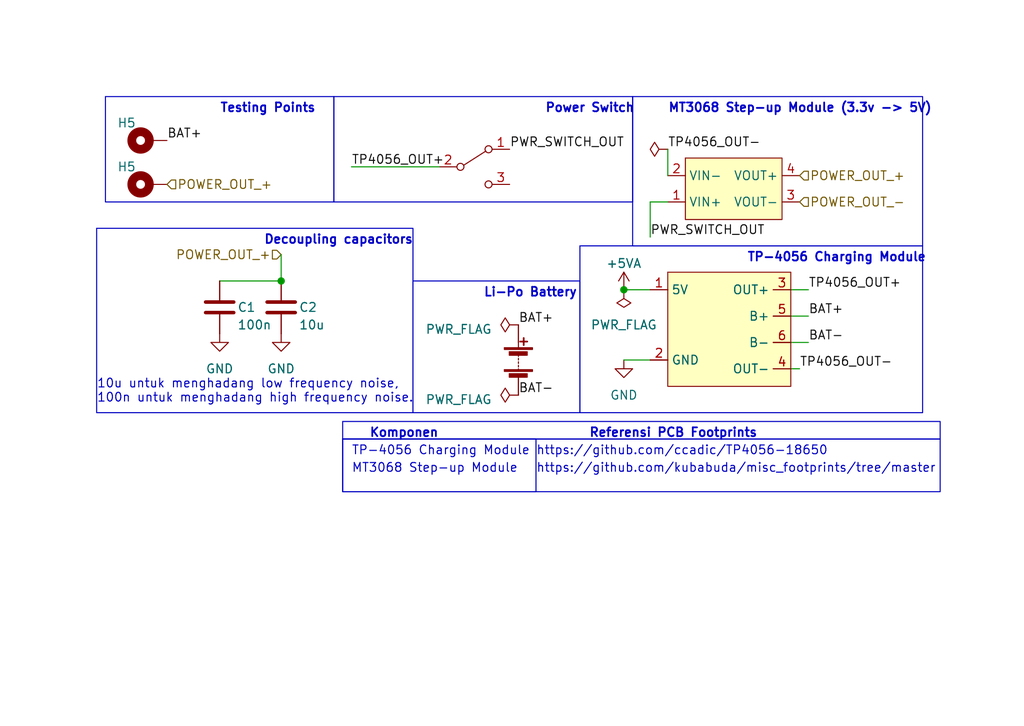
<source format=kicad_sch>
(kicad_sch (version 20230121) (generator eeschema)

  (uuid e899b6c1-966a-41ac-a159-5b3cd245ee04)

  (paper "User" 148.006 105.004)

  (title_block
    (title "Subsistem Power")
    (date "2024-04-29")
    (rev "4.1")
    (company "Institut Teknologi Bandung")
    (comment 1 "Bostang Palaguna")
    (comment 2 "Designed By:")
  )

  (lib_symbols
    (symbol "Device:Battery" (pin_numbers hide) (pin_names (offset 0) hide) (in_bom yes) (on_board yes)
      (property "Reference" "BT" (at 2.54 2.54 0)
        (effects (font (size 1.27 1.27)) (justify left))
      )
      (property "Value" "Battery" (at 2.54 0 0)
        (effects (font (size 1.27 1.27)) (justify left))
      )
      (property "Footprint" "" (at 0 1.524 90)
        (effects (font (size 1.27 1.27)) hide)
      )
      (property "Datasheet" "~" (at 0 1.524 90)
        (effects (font (size 1.27 1.27)) hide)
      )
      (property "ki_keywords" "batt voltage-source cell" (at 0 0 0)
        (effects (font (size 1.27 1.27)) hide)
      )
      (property "ki_description" "Multiple-cell battery" (at 0 0 0)
        (effects (font (size 1.27 1.27)) hide)
      )
      (symbol "Battery_0_1"
        (rectangle (start -2.032 -1.397) (end 2.032 -1.651)
          (stroke (width 0) (type default))
          (fill (type outline))
        )
        (rectangle (start -2.032 1.778) (end 2.032 1.524)
          (stroke (width 0) (type default))
          (fill (type outline))
        )
        (rectangle (start -1.3208 -1.9812) (end 1.27 -2.4892)
          (stroke (width 0) (type default))
          (fill (type outline))
        )
        (rectangle (start -1.3208 1.1938) (end 1.27 0.6858)
          (stroke (width 0) (type default))
          (fill (type outline))
        )
        (polyline
          (pts
            (xy 0 -1.524)
            (xy 0 -1.27)
          )
          (stroke (width 0) (type default))
          (fill (type none))
        )
        (polyline
          (pts
            (xy 0 -1.016)
            (xy 0 -0.762)
          )
          (stroke (width 0) (type default))
          (fill (type none))
        )
        (polyline
          (pts
            (xy 0 -0.508)
            (xy 0 -0.254)
          )
          (stroke (width 0) (type default))
          (fill (type none))
        )
        (polyline
          (pts
            (xy 0 0)
            (xy 0 0.254)
          )
          (stroke (width 0) (type default))
          (fill (type none))
        )
        (polyline
          (pts
            (xy 0 0.508)
            (xy 0 0.762)
          )
          (stroke (width 0) (type default))
          (fill (type none))
        )
        (polyline
          (pts
            (xy 0 1.778)
            (xy 0 2.54)
          )
          (stroke (width 0) (type default))
          (fill (type none))
        )
        (polyline
          (pts
            (xy 0.254 2.667)
            (xy 1.27 2.667)
          )
          (stroke (width 0.254) (type default))
          (fill (type none))
        )
        (polyline
          (pts
            (xy 0.762 3.175)
            (xy 0.762 2.159)
          )
          (stroke (width 0.254) (type default))
          (fill (type none))
        )
      )
      (symbol "Battery_1_1"
        (pin passive line (at 0 5.08 270) (length 2.54)
          (name "+" (effects (font (size 1.27 1.27))))
          (number "1" (effects (font (size 1.27 1.27))))
        )
        (pin passive line (at 0 -5.08 90) (length 2.54)
          (name "-" (effects (font (size 1.27 1.27))))
          (number "2" (effects (font (size 1.27 1.27))))
        )
      )
    )
    (symbol "Device:C" (pin_numbers hide) (pin_names (offset 0.254)) (in_bom yes) (on_board yes)
      (property "Reference" "C" (at 0.635 2.54 0)
        (effects (font (size 1.27 1.27)) (justify left))
      )
      (property "Value" "C" (at 0.635 -2.54 0)
        (effects (font (size 1.27 1.27)) (justify left))
      )
      (property "Footprint" "" (at 0.9652 -3.81 0)
        (effects (font (size 1.27 1.27)) hide)
      )
      (property "Datasheet" "~" (at 0 0 0)
        (effects (font (size 1.27 1.27)) hide)
      )
      (property "ki_keywords" "cap capacitor" (at 0 0 0)
        (effects (font (size 1.27 1.27)) hide)
      )
      (property "ki_description" "Unpolarized capacitor" (at 0 0 0)
        (effects (font (size 1.27 1.27)) hide)
      )
      (property "ki_fp_filters" "C_*" (at 0 0 0)
        (effects (font (size 1.27 1.27)) hide)
      )
      (symbol "C_0_1"
        (polyline
          (pts
            (xy -2.032 -0.762)
            (xy 2.032 -0.762)
          )
          (stroke (width 0.508) (type default))
          (fill (type none))
        )
        (polyline
          (pts
            (xy -2.032 0.762)
            (xy 2.032 0.762)
          )
          (stroke (width 0.508) (type default))
          (fill (type none))
        )
      )
      (symbol "C_1_1"
        (pin passive line (at 0 3.81 270) (length 2.794)
          (name "~" (effects (font (size 1.27 1.27))))
          (number "1" (effects (font (size 1.27 1.27))))
        )
        (pin passive line (at 0 -3.81 90) (length 2.794)
          (name "~" (effects (font (size 1.27 1.27))))
          (number "2" (effects (font (size 1.27 1.27))))
        )
      )
    )
    (symbol "Mechanical:MountingHole_Pad" (pin_numbers hide) (pin_names (offset 1.016) hide) (in_bom yes) (on_board yes)
      (property "Reference" "H" (at 0 6.35 0)
        (effects (font (size 1.27 1.27)))
      )
      (property "Value" "MountingHole_Pad" (at 0 4.445 0)
        (effects (font (size 1.27 1.27)))
      )
      (property "Footprint" "" (at 0 0 0)
        (effects (font (size 1.27 1.27)) hide)
      )
      (property "Datasheet" "~" (at 0 0 0)
        (effects (font (size 1.27 1.27)) hide)
      )
      (property "ki_keywords" "mounting hole" (at 0 0 0)
        (effects (font (size 1.27 1.27)) hide)
      )
      (property "ki_description" "Mounting Hole with connection" (at 0 0 0)
        (effects (font (size 1.27 1.27)) hide)
      )
      (property "ki_fp_filters" "MountingHole*Pad*" (at 0 0 0)
        (effects (font (size 1.27 1.27)) hide)
      )
      (symbol "MountingHole_Pad_0_1"
        (circle (center 0 1.27) (radius 1.27)
          (stroke (width 1.27) (type default))
          (fill (type none))
        )
      )
      (symbol "MountingHole_Pad_1_1"
        (pin input line (at 0 -2.54 90) (length 2.54)
          (name "1" (effects (font (size 1.27 1.27))))
          (number "1" (effects (font (size 1.27 1.27))))
        )
      )
    )
    (symbol "Switch:SW_SPDT" (pin_names (offset 0) hide) (in_bom yes) (on_board yes)
      (property "Reference" "SW" (at 0 4.318 0)
        (effects (font (size 1.27 1.27)))
      )
      (property "Value" "SW_SPDT" (at 0 -5.08 0)
        (effects (font (size 1.27 1.27)))
      )
      (property "Footprint" "" (at 0 0 0)
        (effects (font (size 1.27 1.27)) hide)
      )
      (property "Datasheet" "~" (at 0 0 0)
        (effects (font (size 1.27 1.27)) hide)
      )
      (property "ki_keywords" "switch single-pole double-throw spdt ON-ON" (at 0 0 0)
        (effects (font (size 1.27 1.27)) hide)
      )
      (property "ki_description" "Switch, single pole double throw" (at 0 0 0)
        (effects (font (size 1.27 1.27)) hide)
      )
      (symbol "SW_SPDT_0_0"
        (circle (center -2.032 0) (radius 0.508)
          (stroke (width 0) (type default))
          (fill (type none))
        )
        (circle (center 2.032 -2.54) (radius 0.508)
          (stroke (width 0) (type default))
          (fill (type none))
        )
      )
      (symbol "SW_SPDT_0_1"
        (polyline
          (pts
            (xy -1.524 0.254)
            (xy 1.651 2.286)
          )
          (stroke (width 0) (type default))
          (fill (type none))
        )
        (circle (center 2.032 2.54) (radius 0.508)
          (stroke (width 0) (type default))
          (fill (type none))
        )
      )
      (symbol "SW_SPDT_1_1"
        (pin passive line (at 5.08 2.54 180) (length 2.54)
          (name "A" (effects (font (size 1.27 1.27))))
          (number "1" (effects (font (size 1.27 1.27))))
        )
        (pin passive line (at -5.08 0 0) (length 2.54)
          (name "B" (effects (font (size 1.27 1.27))))
          (number "2" (effects (font (size 1.27 1.27))))
        )
        (pin passive line (at 5.08 -2.54 180) (length 2.54)
          (name "C" (effects (font (size 1.27 1.27))))
          (number "3" (effects (font (size 1.27 1.27))))
        )
      )
    )
    (symbol "WMS_components:MT3608" (in_bom yes) (on_board yes)
      (property "Reference" "U3" (at -0.635 -6.35 0)
        (effects (font (size 1.27 1.27)) hide)
      )
      (property "Value" "~" (at 0 0 0)
        (effects (font (size 1.27 1.27)) hide)
      )
      (property "Footprint" "WMS_components:MT3608_module_v2" (at 0 0 0)
        (effects (font (size 1.27 1.27)) hide)
      )
      (property "Datasheet" "" (at 0 0 0)
        (effects (font (size 1.27 1.27)) hide)
      )
      (symbol "MT3608_1_1"
        (rectangle (start -6.35 3.81) (end 7.62 -5.08)
          (stroke (width 0) (type default))
          (fill (type background))
        )
        (pin power_in line (at 10.16 1.27 180) (length 2.54)
          (name "VIN+" (effects (font (size 1.27 1.27))))
          (number "1" (effects (font (size 1.27 1.27))))
        )
        (pin power_in line (at 10.16 -2.54 180) (length 2.54)
          (name "VIN-" (effects (font (size 1.27 1.27))))
          (number "2" (effects (font (size 1.27 1.27))))
        )
        (pin power_out line (at -8.89 1.27 0) (length 2.54)
          (name "VOUT-" (effects (font (size 1.27 1.27))))
          (number "3" (effects (font (size 1.27 1.27))))
        )
        (pin power_out line (at -8.89 -2.54 0) (length 2.54)
          (name "VOUT+" (effects (font (size 1.27 1.27))))
          (number "4" (effects (font (size 1.27 1.27))))
        )
      )
    )
    (symbol "WMS_components:TP4056" (in_bom yes) (on_board yes)
      (property "Reference" "U" (at 0 8.89 0)
        (effects (font (size 1.27 1.27)))
      )
      (property "Value" "" (at 0 0 0)
        (effects (font (size 1.27 1.27)))
      )
      (property "Footprint" "" (at 0 0 0)
        (effects (font (size 1.27 1.27)) hide)
      )
      (property "Datasheet" "" (at 0 0 0)
        (effects (font (size 1.27 1.27)) hide)
      )
      (symbol "TP4056_1_1"
        (rectangle (start -8.89 7.62) (end 8.89 -8.89)
          (stroke (width 0) (type default))
          (fill (type background))
        )
        (pin power_in line (at -11.43 5.08 0) (length 2.54)
          (name "5V" (effects (font (size 1.27 1.27))))
          (number "1" (effects (font (size 1.27 1.27))))
        )
        (pin power_in line (at -11.43 -5.08 0) (length 2.54)
          (name "GND" (effects (font (size 1.27 1.27))))
          (number "2" (effects (font (size 1.27 1.27))))
        )
        (pin output line (at 8.89 5.08 180) (length 2.54)
          (name "OUT+" (effects (font (size 1.27 1.27))))
          (number "3" (effects (font (size 1.27 1.27))))
        )
        (pin output line (at 8.89 -6.35 180) (length 2.54)
          (name "OUT-" (effects (font (size 1.27 1.27))))
          (number "4" (effects (font (size 1.27 1.27))))
        )
        (pin input line (at 8.89 1.27 180) (length 2.54)
          (name "B+" (effects (font (size 1.27 1.27))))
          (number "5" (effects (font (size 1.27 1.27))))
        )
        (pin input line (at 8.89 -2.54 180) (length 2.54)
          (name "B-" (effects (font (size 1.27 1.27))))
          (number "6" (effects (font (size 1.27 1.27))))
        )
      )
    )
    (symbol "power:+5VA" (power) (pin_names (offset 0)) (in_bom yes) (on_board yes)
      (property "Reference" "#PWR" (at 0 -3.81 0)
        (effects (font (size 1.27 1.27)) hide)
      )
      (property "Value" "+5VA" (at 0 3.556 0)
        (effects (font (size 1.27 1.27)))
      )
      (property "Footprint" "" (at 0 0 0)
        (effects (font (size 1.27 1.27)) hide)
      )
      (property "Datasheet" "" (at 0 0 0)
        (effects (font (size 1.27 1.27)) hide)
      )
      (property "ki_keywords" "global power" (at 0 0 0)
        (effects (font (size 1.27 1.27)) hide)
      )
      (property "ki_description" "Power symbol creates a global label with name \"+5VA\"" (at 0 0 0)
        (effects (font (size 1.27 1.27)) hide)
      )
      (symbol "+5VA_0_1"
        (polyline
          (pts
            (xy -0.762 1.27)
            (xy 0 2.54)
          )
          (stroke (width 0) (type default))
          (fill (type none))
        )
        (polyline
          (pts
            (xy 0 0)
            (xy 0 2.54)
          )
          (stroke (width 0) (type default))
          (fill (type none))
        )
        (polyline
          (pts
            (xy 0 2.54)
            (xy 0.762 1.27)
          )
          (stroke (width 0) (type default))
          (fill (type none))
        )
      )
      (symbol "+5VA_1_1"
        (pin power_in line (at 0 0 90) (length 0) hide
          (name "+5VA" (effects (font (size 1.27 1.27))))
          (number "1" (effects (font (size 1.27 1.27))))
        )
      )
    )
    (symbol "power:GND" (power) (pin_names (offset 0)) (in_bom yes) (on_board yes)
      (property "Reference" "#PWR" (at 0 -6.35 0)
        (effects (font (size 1.27 1.27)) hide)
      )
      (property "Value" "GND" (at 0 -3.81 0)
        (effects (font (size 1.27 1.27)))
      )
      (property "Footprint" "" (at 0 0 0)
        (effects (font (size 1.27 1.27)) hide)
      )
      (property "Datasheet" "" (at 0 0 0)
        (effects (font (size 1.27 1.27)) hide)
      )
      (property "ki_keywords" "global power" (at 0 0 0)
        (effects (font (size 1.27 1.27)) hide)
      )
      (property "ki_description" "Power symbol creates a global label with name \"GND\" , ground" (at 0 0 0)
        (effects (font (size 1.27 1.27)) hide)
      )
      (symbol "GND_0_1"
        (polyline
          (pts
            (xy 0 0)
            (xy 0 -1.27)
            (xy 1.27 -1.27)
            (xy 0 -2.54)
            (xy -1.27 -1.27)
            (xy 0 -1.27)
          )
          (stroke (width 0) (type default))
          (fill (type none))
        )
      )
      (symbol "GND_1_1"
        (pin power_in line (at 0 0 270) (length 0) hide
          (name "GND" (effects (font (size 1.27 1.27))))
          (number "1" (effects (font (size 1.27 1.27))))
        )
      )
    )
    (symbol "power:PWR_FLAG" (power) (pin_numbers hide) (pin_names (offset 0) hide) (in_bom yes) (on_board yes)
      (property "Reference" "#FLG" (at 0 1.905 0)
        (effects (font (size 1.27 1.27)) hide)
      )
      (property "Value" "PWR_FLAG" (at 0 3.81 0)
        (effects (font (size 1.27 1.27)))
      )
      (property "Footprint" "" (at 0 0 0)
        (effects (font (size 1.27 1.27)) hide)
      )
      (property "Datasheet" "~" (at 0 0 0)
        (effects (font (size 1.27 1.27)) hide)
      )
      (property "ki_keywords" "flag power" (at 0 0 0)
        (effects (font (size 1.27 1.27)) hide)
      )
      (property "ki_description" "Special symbol for telling ERC where power comes from" (at 0 0 0)
        (effects (font (size 1.27 1.27)) hide)
      )
      (symbol "PWR_FLAG_0_0"
        (pin power_out line (at 0 0 90) (length 0)
          (name "pwr" (effects (font (size 1.27 1.27))))
          (number "1" (effects (font (size 1.27 1.27))))
        )
      )
      (symbol "PWR_FLAG_0_1"
        (polyline
          (pts
            (xy 0 0)
            (xy 0 1.27)
            (xy -1.016 1.905)
            (xy 0 2.54)
            (xy 1.016 1.905)
            (xy 0 1.27)
          )
          (stroke (width 0) (type default))
          (fill (type none))
        )
      )
    )
  )


  (junction (at 90.17 41.91) (diameter 0) (color 0 0 0 0)
    (uuid 59f93bfe-daeb-41c6-a2c7-268396427fef)
  )
  (junction (at 40.64 40.64) (diameter 0) (color 0 0 0 0)
    (uuid c6c67b20-ecaf-435d-9ed2-5b030a2e2476)
  )

  (wire (pts (xy 40.64 36.83) (xy 40.64 40.64))
    (stroke (width 0) (type default))
    (uuid 0f9c90b1-965e-4663-a981-5a45d7fe0b3a)
  )
  (wire (pts (xy 96.52 21.59) (xy 96.52 25.4))
    (stroke (width 0) (type default))
    (uuid 1daabad1-6c85-49f7-b4b4-6973eaf52a28)
  )
  (wire (pts (xy 116.84 45.72) (xy 114.3 45.72))
    (stroke (width 0) (type default))
    (uuid 39960855-f317-45b7-9b2b-04e50c578929)
  )
  (wire (pts (xy 31.75 40.64) (xy 40.64 40.64))
    (stroke (width 0) (type default))
    (uuid 3a59c812-5646-42aa-85dc-9770e29e3837)
  )
  (wire (pts (xy 116.84 41.91) (xy 114.3 41.91))
    (stroke (width 0) (type default))
    (uuid 44fab635-f44c-4a18-9d1c-7dab74e1e81b)
  )
  (wire (pts (xy 93.98 34.29) (xy 93.98 29.21))
    (stroke (width 0) (type default))
    (uuid 525bf0b9-45da-4172-b4ec-98e56e76e56b)
  )
  (wire (pts (xy 93.98 29.21) (xy 96.52 29.21))
    (stroke (width 0) (type default))
    (uuid 861edf3a-40b3-4ee6-a243-ba5009a36f4f)
  )
  (wire (pts (xy 50.8 24.13) (xy 63.5 24.13))
    (stroke (width 0) (type default))
    (uuid 8ceac654-0cfc-4c6d-b0ac-dda9370538cf)
  )
  (wire (pts (xy 116.84 49.53) (xy 114.3 49.53))
    (stroke (width 0) (type default))
    (uuid 90dd6e8b-cfbb-40af-bad8-152528ff10ff)
  )
  (wire (pts (xy 115.57 53.34) (xy 114.3 53.34))
    (stroke (width 0) (type default))
    (uuid 95ec3a23-7f6f-45ea-b075-6f542f2dee37)
  )
  (wire (pts (xy 90.17 52.07) (xy 93.98 52.07))
    (stroke (width 0) (type default))
    (uuid c9d92e6c-6cf9-440d-bb9b-506b52e29849)
  )
  (wire (pts (xy 90.17 41.91) (xy 93.98 41.91))
    (stroke (width 0) (type default))
    (uuid ef813fd4-b4e3-4180-b7ab-4922ce3e7745)
  )

  (rectangle (start 83.82 35.56) (end 133.35 59.69)
    (stroke (width 0) (type default))
    (fill (type none))
    (uuid 17b21fb6-84d8-4c9b-a395-b45d3e726e0c)
  )
  (rectangle (start 59.69 40.64) (end 83.82 59.69)
    (stroke (width 0) (type default))
    (fill (type none))
    (uuid 1c435650-fa3e-4ce9-8dad-6667cce7b473)
  )
  (rectangle (start 48.26 13.97) (end 91.44 29.21)
    (stroke (width 0) (type default))
    (fill (type none))
    (uuid 64853ce6-ee9f-4d7a-8a1b-8f23f9cbc5df)
  )
  (rectangle (start 91.44 13.97) (end 133.35 35.56)
    (stroke (width 0) (type default))
    (fill (type none))
    (uuid 7cf6a6bd-585a-4788-a6ed-eae371597358)
  )
  (rectangle (start 13.97 33.02) (end 59.69 59.69)
    (stroke (width 0) (type default))
    (fill (type none))
    (uuid 8a3af114-b554-4767-9be7-6809c550bbd3)
  )
  (rectangle (start 49.53 63.5) (end 77.47 71.12)
    (stroke (width 0) (type default))
    (fill (type none))
    (uuid 8b7d7953-08b4-4010-b817-ae5e0edcd5c0)
  )
  (rectangle (start 49.53 63.5) (end 135.89 71.12)
    (stroke (width 0) (type default))
    (fill (type none))
    (uuid ca6e84ff-48c0-48cd-a4cf-d181b390176b)
  )
  (rectangle (start 49.53 60.96) (end 135.89 63.5)
    (stroke (width 0) (type default))
    (fill (type none))
    (uuid f56314f5-91de-4418-b9c1-14feda3c9339)
  )
  (rectangle (start 15.24 13.97) (end 48.26 29.21)
    (stroke (width 0) (type default))
    (fill (type none))
    (uuid ffa76c32-226d-42fc-8b08-84606838623c)
  )

  (text "https://github.com/ccadic/TP4056-18650" (at 77.47 66.04 0)
    (effects (font (size 1.27 1.27)) (justify left bottom))
    (uuid 0f045d7c-e39d-4597-9075-8937cb5d75cb)
  )
  (text "https://github.com/kubabuda/misc_footprints/tree/master"
    (at 77.47 68.58 0)
    (effects (font (size 1.27 1.27)) (justify left bottom))
    (uuid 1fd8d0cf-9635-4a36-a095-9bbcd5e955c5)
  )
  (text "TP-4056 Charging Module" (at 50.8 66.04 0)
    (effects (font (size 1.27 1.27)) (justify left bottom))
    (uuid 2e0c59ef-cb04-4ce7-8e69-1891f5631867)
  )
  (text "10u untuk menghadang low frequency noise,\n100n untuk menghadang high frequency noise."
    (at 13.97 58.42 0)
    (effects (font (size 1.27 1.27)) (justify left bottom))
    (uuid 443d1637-e27d-4977-9b7a-62b0ef4c15a9)
  )
  (text "Li-Po Battery" (at 69.85 43.18 0)
    (effects (font (size 1.27 1.27) (thickness 0.254) bold) (justify left bottom))
    (uuid 4779b30f-7807-4ef2-aad9-bd2fd4dd50d9)
  )
  (text "Komponen" (at 53.34 63.5 0)
    (effects (font (size 1.27 1.27) (thickness 0.254) bold) (justify left bottom))
    (uuid 66f05d34-ac41-484f-9392-54b1f8a1e2a2)
  )
  (text "MT3068 Step-up Module" (at 50.8 68.58 0)
    (effects (font (size 1.27 1.27)) (justify left bottom))
    (uuid 7b09f60e-217a-4adf-ac9e-76209539da4d)
  )
  (text "Power Switch" (at 78.74 16.51 0)
    (effects (font (size 1.27 1.27) (thickness 0.254) bold) (justify left bottom))
    (uuid ddefdbb8-430a-4e56-9e84-c4e94e55c9e3)
  )
  (text "Referensi PCB Footprints" (at 85.09 63.5 0)
    (effects (font (size 1.27 1.27) (thickness 0.254) bold) (justify left bottom))
    (uuid e17d11f3-2a92-4043-be48-ac6fddb8894d)
  )
  (text "Testing Points" (at 31.75 16.51 0)
    (effects (font (size 1.27 1.27) (thickness 0.254) bold) (justify left bottom))
    (uuid e221f4a0-76c4-4ffe-9fb1-0c4117c88756)
  )
  (text "TP-4056 Charging Module" (at 107.95 38.1 0)
    (effects (font (size 1.27 1.27) (thickness 0.254) bold) (justify left bottom))
    (uuid e54a3136-1178-49e1-afff-902301e916d5)
  )
  (text "Decoupling capacitors" (at 38.1 35.56 0)
    (effects (font (size 1.27 1.27) (thickness 0.254) bold) (justify left bottom))
    (uuid e5cb0c65-3f78-4913-a83a-20337d219b26)
  )
  (text "MT3068 Step-up Module (3.3v -> 5V)" (at 96.52 16.51 0)
    (effects (font (size 1.27 1.27) (thickness 0.254) bold) (justify left bottom))
    (uuid ee414867-9ecf-4d78-85da-49ed3b7c1f8b)
  )

  (label "TP4056_OUT+" (at 116.84 41.91 0) (fields_autoplaced)
    (effects (font (size 1.27 1.27)) (justify left bottom))
    (uuid 081c952d-793a-4faa-acc1-d541e6ed873e)
  )
  (label "BAT+" (at 116.84 45.72 0) (fields_autoplaced)
    (effects (font (size 1.27 1.27)) (justify left bottom))
    (uuid 20906e42-108c-4258-8153-4aceb4bc90ab)
  )
  (label "BAT-" (at 74.93 57.15 0) (fields_autoplaced)
    (effects (font (size 1.27 1.27)) (justify left bottom))
    (uuid 24858656-5394-439c-9f96-9d7046b06d60)
  )
  (label "PWR_SWITCH_OUT" (at 73.66 21.59 0) (fields_autoplaced)
    (effects (font (size 1.27 1.27)) (justify left bottom))
    (uuid 2b1f37ff-19e4-4677-b06d-1576c938f746)
  )
  (label "TP4056_OUT-" (at 115.57 53.34 0) (fields_autoplaced)
    (effects (font (size 1.27 1.27)) (justify left bottom))
    (uuid 3affbf6d-4088-4581-a8e7-1269a2011a41)
  )
  (label "PWR_SWITCH_OUT" (at 93.98 34.29 0) (fields_autoplaced)
    (effects (font (size 1.27 1.27)) (justify left bottom))
    (uuid 3b2c9dcf-9a6b-4ea7-8039-6f7529d481ce)
  )
  (label "BAT-" (at 116.84 49.53 0) (fields_autoplaced)
    (effects (font (size 1.27 1.27)) (justify left bottom))
    (uuid 9401e407-6e0e-4401-ad54-bc0807c16223)
  )
  (label "TP4056_OUT-" (at 96.52 21.59 0) (fields_autoplaced)
    (effects (font (size 1.27 1.27)) (justify left bottom))
    (uuid a9fa8f8a-3c58-49bc-97bb-1a12a625ddce)
  )
  (label "TP4056_OUT+" (at 50.8 24.13 0) (fields_autoplaced)
    (effects (font (size 1.27 1.27)) (justify left bottom))
    (uuid da539d7d-90bc-423f-aa90-b1ccdc35e599)
  )
  (label "BAT+" (at 24.13 20.32 0) (fields_autoplaced)
    (effects (font (size 1.27 1.27)) (justify left bottom))
    (uuid e018a4fe-1ac2-4035-a65f-69bcaf245554)
  )
  (label "BAT+" (at 74.93 46.99 0) (fields_autoplaced)
    (effects (font (size 1.27 1.27)) (justify left bottom))
    (uuid f4d52977-ce48-472f-96bd-ac028130141e)
  )

  (hierarchical_label "POWER_OUT_+" (shape input) (at 115.57 25.4 0) (fields_autoplaced)
    (effects (font (size 1.27 1.27)) (justify left))
    (uuid 59f4f6c9-afaa-4bfc-889a-a56b65aa6f0f)
  )
  (hierarchical_label "POWER_OUT_+" (shape input) (at 24.13 26.67 0) (fields_autoplaced)
    (effects (font (size 1.27 1.27)) (justify left))
    (uuid 5d8cbb29-0395-420a-acb3-f33628778d81)
  )
  (hierarchical_label "POWER_OUT_-" (shape input) (at 115.57 29.21 0) (fields_autoplaced)
    (effects (font (size 1.27 1.27)) (justify left))
    (uuid 6db5c6d3-937e-434d-9936-4894732ba496)
  )
  (hierarchical_label "POWER_OUT_+" (shape input) (at 40.64 36.83 180) (fields_autoplaced)
    (effects (font (size 1.27 1.27)) (justify right))
    (uuid 9285c4a0-c926-4a84-92ba-5347ac1b1277)
  )

  (symbol (lib_id "Device:Battery") (at 74.93 52.07 0) (unit 1)
    (in_bom yes) (on_board yes) (dnp no) (fields_autoplaced)
    (uuid 0cd0de6b-1289-41c6-b039-a5789d219d95)
    (property "Reference" "BT1" (at 78.74 50.2285 0)
      (effects (font (size 1.27 1.27)) (justify left) hide)
    )
    (property "Value" "Battery" (at 78.74 52.7685 0)
      (effects (font (size 1.27 1.27)) (justify left) hide)
    )
    (property "Footprint" "Battery:BatteryHolder_Keystone_1042_1x18650" (at 74.93 50.546 90)
      (effects (font (size 1.27 1.27)) hide)
    )
    (property "Datasheet" "~" (at 74.93 50.546 90)
      (effects (font (size 1.27 1.27)) hide)
    )
    (pin "1" (uuid 12069fc1-5083-4a03-a67d-2dd42844b827))
    (pin "2" (uuid bbd7d97a-620d-4a6c-a80b-fd96a503734c))
    (instances
      (project "WMS"
        (path "/27842b89-d3ad-4f43-9134-f95cd8633a64/1bc7cffc-215d-4066-af48-bacbd1cf1007"
          (reference "BT1") (unit 1)
        )
      )
    )
  )

  (symbol (lib_id "Device:C") (at 40.64 44.45 0) (unit 1)
    (in_bom yes) (on_board yes) (dnp no)
    (uuid 11be5fca-cb6a-4aad-a7d6-b41c8724e76a)
    (property "Reference" "C2" (at 43.18 44.45 0)
      (effects (font (size 1.27 1.27)) (justify left))
    )
    (property "Value" "10u" (at 43.18 46.99 0)
      (effects (font (size 1.27 1.27)) (justify left))
    )
    (property "Footprint" "Capacitor_SMD:C_0805_2012Metric" (at 41.6052 48.26 0)
      (effects (font (size 1.27 1.27)) hide)
    )
    (property "Datasheet" "~" (at 40.64 44.45 0)
      (effects (font (size 1.27 1.27)) hide)
    )
    (pin "1" (uuid 01830046-9af7-4b93-a89f-83d4d255284b))
    (pin "2" (uuid e20a0e7d-506d-4009-a0f2-86e97dbf6a8b))
    (instances
      (project "WMS"
        (path "/27842b89-d3ad-4f43-9134-f95cd8633a64/92702a01-18bc-488e-88bf-e9988be28598"
          (reference "C2") (unit 1)
        )
        (path "/27842b89-d3ad-4f43-9134-f95cd8633a64/a06fb296-14b8-469f-bd65-cdd80dce8d46"
          (reference "C6") (unit 1)
        )
        (path "/27842b89-d3ad-4f43-9134-f95cd8633a64/1bc7cffc-215d-4066-af48-bacbd1cf1007"
          (reference "C7") (unit 1)
        )
      )
    )
  )

  (symbol (lib_id "power:PWR_FLAG") (at 74.93 57.15 90) (unit 1)
    (in_bom yes) (on_board yes) (dnp no) (fields_autoplaced)
    (uuid 14cef2ca-8ec5-4378-8587-91ccb1f64918)
    (property "Reference" "#FLG02" (at 73.025 57.15 0)
      (effects (font (size 1.27 1.27)) hide)
    )
    (property "Value" "PWR_FLAG" (at 71.12 57.785 90)
      (effects (font (size 1.27 1.27)) (justify left))
    )
    (property "Footprint" "" (at 74.93 57.15 0)
      (effects (font (size 1.27 1.27)) hide)
    )
    (property "Datasheet" "~" (at 74.93 57.15 0)
      (effects (font (size 1.27 1.27)) hide)
    )
    (pin "1" (uuid dd2a1310-937f-4f19-9a1e-8e1edc2fe0f8))
    (instances
      (project "WMS"
        (path "/27842b89-d3ad-4f43-9134-f95cd8633a64/1bc7cffc-215d-4066-af48-bacbd1cf1007"
          (reference "#FLG02") (unit 1)
        )
      )
    )
  )

  (symbol (lib_id "WMS_components:TP4056") (at 105.41 46.99 0) (unit 1)
    (in_bom yes) (on_board yes) (dnp no) (fields_autoplaced)
    (uuid 16262ac1-5b71-4197-a6d9-c4a2ada36fb1)
    (property "Reference" "U2" (at 105.41 36.83 0)
      (effects (font (size 1.27 1.27)) hide)
    )
    (property "Value" "~" (at 105.41 46.99 0)
      (effects (font (size 1.27 1.27)) hide)
    )
    (property "Footprint" "WMS_components:TP4056-18650_v2" (at 105.41 46.99 0)
      (effects (font (size 1.27 1.27)) hide)
    )
    (property "Datasheet" "" (at 105.41 46.99 0)
      (effects (font (size 1.27 1.27)) hide)
    )
    (pin "1" (uuid 0999784a-be5d-47c7-89fd-126e7dcd87de))
    (pin "2" (uuid 04cf0cbf-d12d-4307-9d16-8453f082756b))
    (pin "3" (uuid bd0bfbca-8341-482c-9937-3aafd3acea2d))
    (pin "4" (uuid 97b6de1a-d14d-43e9-a62e-ca619b6627d3))
    (pin "5" (uuid bedcde1f-3fc8-479a-96c6-f0bd414360f5))
    (pin "6" (uuid 3abb4872-d819-46c0-9568-8b296fee546b))
    (instances
      (project "WMS"
        (path "/27842b89-d3ad-4f43-9134-f95cd8633a64/1bc7cffc-215d-4066-af48-bacbd1cf1007"
          (reference "U2") (unit 1)
        )
      )
    )
  )

  (symbol (lib_id "power:GND") (at 31.75 48.26 0) (unit 1)
    (in_bom yes) (on_board yes) (dnp no) (fields_autoplaced)
    (uuid 203928e9-9f84-438c-b966-5251e7632821)
    (property "Reference" "#PWR045" (at 31.75 54.61 0)
      (effects (font (size 1.27 1.27)) hide)
    )
    (property "Value" "GND" (at 31.75 53.34 0)
      (effects (font (size 1.27 1.27)))
    )
    (property "Footprint" "" (at 31.75 48.26 0)
      (effects (font (size 1.27 1.27)) hide)
    )
    (property "Datasheet" "" (at 31.75 48.26 0)
      (effects (font (size 1.27 1.27)) hide)
    )
    (pin "1" (uuid bc8e9a90-ce28-4a96-ae4a-fbd20045f8e2))
    (instances
      (project "WMS"
        (path "/27842b89-d3ad-4f43-9134-f95cd8633a64/92702a01-18bc-488e-88bf-e9988be28598"
          (reference "#PWR045") (unit 1)
        )
        (path "/27842b89-d3ad-4f43-9134-f95cd8633a64/a06fb296-14b8-469f-bd65-cdd80dce8d46"
          (reference "#PWR053") (unit 1)
        )
        (path "/27842b89-d3ad-4f43-9134-f95cd8633a64/1bc7cffc-215d-4066-af48-bacbd1cf1007"
          (reference "#PWR055") (unit 1)
        )
      )
    )
  )

  (symbol (lib_id "Switch:SW_SPDT") (at 68.58 24.13 0) (unit 1)
    (in_bom yes) (on_board yes) (dnp no) (fields_autoplaced)
    (uuid 3447c19e-29bb-4ef1-8337-f4f63f41b588)
    (property "Reference" "SW4" (at 68.58 17.78 0)
      (effects (font (size 1.27 1.27)) hide)
    )
    (property "Value" "SW_SPDT" (at 68.58 20.32 0)
      (effects (font (size 1.27 1.27)) hide)
    )
    (property "Footprint" "WMS_components:SPDT" (at 68.58 24.13 0)
      (effects (font (size 1.27 1.27)) hide)
    )
    (property "Datasheet" "~" (at 68.58 24.13 0)
      (effects (font (size 1.27 1.27)) hide)
    )
    (pin "1" (uuid ba33ac3a-2340-4ed6-a2d7-b384dfd8bd17))
    (pin "2" (uuid a386ef19-7b3f-416e-b11e-df3f07546b38))
    (pin "3" (uuid 0aaae08c-8b92-4967-be9e-e6cee9691095))
    (instances
      (project "WMS"
        (path "/27842b89-d3ad-4f43-9134-f95cd8633a64/1bc7cffc-215d-4066-af48-bacbd1cf1007"
          (reference "SW4") (unit 1)
        )
      )
    )
  )

  (symbol (lib_id "power:+5VA") (at 90.17 41.91 0) (unit 1)
    (in_bom yes) (on_board yes) (dnp no) (fields_autoplaced)
    (uuid 4ae62564-bab5-4085-8bc6-43f51af24631)
    (property "Reference" "#PWR033" (at 90.17 45.72 0)
      (effects (font (size 1.27 1.27)) hide)
    )
    (property "Value" "+5VA" (at 90.17 38.1 0)
      (effects (font (size 1.27 1.27)))
    )
    (property "Footprint" "" (at 90.17 41.91 0)
      (effects (font (size 1.27 1.27)) hide)
    )
    (property "Datasheet" "" (at 90.17 41.91 0)
      (effects (font (size 1.27 1.27)) hide)
    )
    (pin "1" (uuid fbf9b022-87e1-4dc4-8d83-756754f6d78d))
    (instances
      (project "WMS"
        (path "/27842b89-d3ad-4f43-9134-f95cd8633a64/1bc7cffc-215d-4066-af48-bacbd1cf1007"
          (reference "#PWR033") (unit 1)
        )
      )
    )
  )

  (symbol (lib_id "power:PWR_FLAG") (at 74.93 46.99 90) (unit 1)
    (in_bom yes) (on_board yes) (dnp no) (fields_autoplaced)
    (uuid 7a6c7b5e-9076-4132-8ef8-7ea1b2037b2b)
    (property "Reference" "#FLG01" (at 73.025 46.99 0)
      (effects (font (size 1.27 1.27)) hide)
    )
    (property "Value" "PWR_FLAG" (at 71.12 47.625 90)
      (effects (font (size 1.27 1.27)) (justify left))
    )
    (property "Footprint" "" (at 74.93 46.99 0)
      (effects (font (size 1.27 1.27)) hide)
    )
    (property "Datasheet" "~" (at 74.93 46.99 0)
      (effects (font (size 1.27 1.27)) hide)
    )
    (pin "1" (uuid f5067b9d-b0a6-4bc5-a61f-df4684fc6cf9))
    (instances
      (project "WMS"
        (path "/27842b89-d3ad-4f43-9134-f95cd8633a64/1bc7cffc-215d-4066-af48-bacbd1cf1007"
          (reference "#FLG01") (unit 1)
        )
      )
    )
  )

  (symbol (lib_id "power:GND") (at 40.64 48.26 0) (unit 1)
    (in_bom yes) (on_board yes) (dnp no) (fields_autoplaced)
    (uuid 89c684cb-e483-4e64-a441-185d180ca682)
    (property "Reference" "#PWR047" (at 40.64 54.61 0)
      (effects (font (size 1.27 1.27)) hide)
    )
    (property "Value" "GND" (at 40.64 53.34 0)
      (effects (font (size 1.27 1.27)))
    )
    (property "Footprint" "" (at 40.64 48.26 0)
      (effects (font (size 1.27 1.27)) hide)
    )
    (property "Datasheet" "" (at 40.64 48.26 0)
      (effects (font (size 1.27 1.27)) hide)
    )
    (pin "1" (uuid 8490f4ea-356c-41bb-b7ad-c8cac4715ecd))
    (instances
      (project "WMS"
        (path "/27842b89-d3ad-4f43-9134-f95cd8633a64/92702a01-18bc-488e-88bf-e9988be28598"
          (reference "#PWR047") (unit 1)
        )
        (path "/27842b89-d3ad-4f43-9134-f95cd8633a64/a06fb296-14b8-469f-bd65-cdd80dce8d46"
          (reference "#PWR054") (unit 1)
        )
        (path "/27842b89-d3ad-4f43-9134-f95cd8633a64/1bc7cffc-215d-4066-af48-bacbd1cf1007"
          (reference "#PWR056") (unit 1)
        )
      )
    )
  )

  (symbol (lib_id "Mechanical:MountingHole_Pad") (at 21.59 20.32 90) (unit 1)
    (in_bom yes) (on_board yes) (dnp no)
    (uuid 95acd893-0d0a-49a1-afcd-0fa799b7e706)
    (property "Reference" "H5" (at 19.685 17.78 90)
      (effects (font (size 1.27 1.27)) (justify left))
    )
    (property "Value" "MountingHole_Pad" (at 22.225 17.78 0)
      (effects (font (size 1.27 1.27)) (justify left) hide)
    )
    (property "Footprint" "TestPoint:TestPoint_Pad_D2.0mm" (at 21.59 20.32 0)
      (effects (font (size 1.27 1.27)) hide)
    )
    (property "Datasheet" "~" (at 21.59 20.32 0)
      (effects (font (size 1.27 1.27)) hide)
    )
    (pin "1" (uuid 027ba094-2444-4e60-8c13-ce0cfba1f37b))
    (instances
      (project "WMS"
        (path "/27842b89-d3ad-4f43-9134-f95cd8633a64/a06fb296-14b8-469f-bd65-cdd80dce8d46"
          (reference "H5") (unit 1)
        )
        (path "/27842b89-d3ad-4f43-9134-f95cd8633a64/1bc7cffc-215d-4066-af48-bacbd1cf1007"
          (reference "H11") (unit 1)
        )
      )
    )
  )

  (symbol (lib_id "power:PWR_FLAG") (at 90.17 41.91 180) (unit 1)
    (in_bom yes) (on_board yes) (dnp no) (fields_autoplaced)
    (uuid 9ea6d02e-de83-4aca-ab63-777eb53b9335)
    (property "Reference" "#FLG08" (at 90.17 43.815 0)
      (effects (font (size 1.27 1.27)) hide)
    )
    (property "Value" "PWR_FLAG" (at 90.17 46.99 0)
      (effects (font (size 1.27 1.27)))
    )
    (property "Footprint" "" (at 90.17 41.91 0)
      (effects (font (size 1.27 1.27)) hide)
    )
    (property "Datasheet" "~" (at 90.17 41.91 0)
      (effects (font (size 1.27 1.27)) hide)
    )
    (pin "1" (uuid 822c762e-c3da-48fb-a19b-d297e42c71d4))
    (instances
      (project "WMS"
        (path "/27842b89-d3ad-4f43-9134-f95cd8633a64/1bc7cffc-215d-4066-af48-bacbd1cf1007"
          (reference "#FLG08") (unit 1)
        )
      )
    )
  )

  (symbol (lib_id "power:GND") (at 90.17 52.07 0) (unit 1)
    (in_bom yes) (on_board yes) (dnp no) (fields_autoplaced)
    (uuid d9861e8d-17af-4ae0-99b9-f90b0e2f46a6)
    (property "Reference" "#PWR013" (at 90.17 58.42 0)
      (effects (font (size 1.27 1.27)) hide)
    )
    (property "Value" "GND" (at 90.17 57.15 0)
      (effects (font (size 1.27 1.27)))
    )
    (property "Footprint" "" (at 90.17 52.07 0)
      (effects (font (size 1.27 1.27)) hide)
    )
    (property "Datasheet" "" (at 90.17 52.07 0)
      (effects (font (size 1.27 1.27)) hide)
    )
    (pin "1" (uuid 7e33a075-a412-4003-876b-513c7191217b))
    (instances
      (project "WMS"
        (path "/27842b89-d3ad-4f43-9134-f95cd8633a64/1bc7cffc-215d-4066-af48-bacbd1cf1007"
          (reference "#PWR013") (unit 1)
        )
      )
    )
  )

  (symbol (lib_id "Mechanical:MountingHole_Pad") (at 21.59 26.67 90) (unit 1)
    (in_bom yes) (on_board yes) (dnp no)
    (uuid e1fcb91b-0ceb-48b4-9313-615e8e452788)
    (property "Reference" "H5" (at 19.685 24.13 90)
      (effects (font (size 1.27 1.27)) (justify left))
    )
    (property "Value" "MountingHole_Pad" (at 22.225 24.13 0)
      (effects (font (size 1.27 1.27)) (justify left) hide)
    )
    (property "Footprint" "TestPoint:TestPoint_Pad_D2.0mm" (at 21.59 26.67 0)
      (effects (font (size 1.27 1.27)) hide)
    )
    (property "Datasheet" "~" (at 21.59 26.67 0)
      (effects (font (size 1.27 1.27)) hide)
    )
    (pin "1" (uuid e2607f73-4140-45e9-a72e-12ac221434c6))
    (instances
      (project "WMS"
        (path "/27842b89-d3ad-4f43-9134-f95cd8633a64/a06fb296-14b8-469f-bd65-cdd80dce8d46"
          (reference "H5") (unit 1)
        )
        (path "/27842b89-d3ad-4f43-9134-f95cd8633a64/1bc7cffc-215d-4066-af48-bacbd1cf1007"
          (reference "H12") (unit 1)
        )
      )
    )
  )

  (symbol (lib_id "Device:C") (at 31.75 44.45 0) (unit 1)
    (in_bom yes) (on_board yes) (dnp no)
    (uuid e89b1333-8623-4d1d-841a-737d8b1be8d4)
    (property "Reference" "C1" (at 34.29 44.45 0)
      (effects (font (size 1.27 1.27)) (justify left))
    )
    (property "Value" "100n" (at 34.29 46.99 0)
      (effects (font (size 1.27 1.27)) (justify left))
    )
    (property "Footprint" "Capacitor_SMD:C_0805_2012Metric" (at 32.7152 48.26 0)
      (effects (font (size 1.27 1.27)) hide)
    )
    (property "Datasheet" "~" (at 31.75 44.45 0)
      (effects (font (size 1.27 1.27)) hide)
    )
    (pin "1" (uuid 375b7799-a5d0-4b8f-bd27-e0a298ea63bc))
    (pin "2" (uuid ab4884b6-0966-41bc-acce-822667a6cfdd))
    (instances
      (project "WMS"
        (path "/27842b89-d3ad-4f43-9134-f95cd8633a64/92702a01-18bc-488e-88bf-e9988be28598"
          (reference "C1") (unit 1)
        )
        (path "/27842b89-d3ad-4f43-9134-f95cd8633a64/a06fb296-14b8-469f-bd65-cdd80dce8d46"
          (reference "C5") (unit 1)
        )
        (path "/27842b89-d3ad-4f43-9134-f95cd8633a64/1bc7cffc-215d-4066-af48-bacbd1cf1007"
          (reference "C8") (unit 1)
        )
      )
    )
  )

  (symbol (lib_id "WMS_components:MT3608") (at 106.68 27.94 180) (unit 1)
    (in_bom yes) (on_board yes) (dnp no) (fields_autoplaced)
    (uuid eb169812-9161-48af-bbc6-231216562a75)
    (property "Reference" "U3" (at 107.315 21.59 0)
      (effects (font (size 1.27 1.27)) hide)
    )
    (property "Value" "~" (at 106.68 27.94 0)
      (effects (font (size 1.27 1.27)) hide)
    )
    (property "Footprint" "WMS_components:MT3608_module_v2" (at 106.68 27.94 0)
      (effects (font (size 1.27 1.27)) hide)
    )
    (property "Datasheet" "" (at 106.68 27.94 0)
      (effects (font (size 1.27 1.27)) hide)
    )
    (pin "1" (uuid af941515-b02d-4087-85fc-de2e5ba17fd8))
    (pin "2" (uuid 042c8f65-4431-4057-9744-c381ab8e0a2a))
    (pin "3" (uuid 461ef921-6273-4455-8fb7-7442d2f36254))
    (pin "4" (uuid 1f292a26-1b94-4e57-86e5-a28a47dbe6ac))
    (instances
      (project "WMS"
        (path "/27842b89-d3ad-4f43-9134-f95cd8633a64/1bc7cffc-215d-4066-af48-bacbd1cf1007"
          (reference "U3") (unit 1)
        )
      )
    )
  )

  (symbol (lib_id "power:PWR_FLAG") (at 96.52 21.59 90) (unit 1)
    (in_bom yes) (on_board yes) (dnp no)
    (uuid f4fc89eb-b154-440f-9318-e712d77786fb)
    (property "Reference" "#FLG09" (at 94.615 21.59 0)
      (effects (font (size 1.27 1.27)) hide)
    )
    (property "Value" "PWR_FLAG" (at 101.6 17.78 90)
      (effects (font (size 1.27 1.27)) (justify left) hide)
    )
    (property "Footprint" "" (at 96.52 21.59 0)
      (effects (font (size 1.27 1.27)) hide)
    )
    (property "Datasheet" "~" (at 96.52 21.59 0)
      (effects (font (size 1.27 1.27)) hide)
    )
    (pin "1" (uuid 0ae7fbb3-6d47-4022-ac1a-01e414372783))
    (instances
      (project "WMS"
        (path "/27842b89-d3ad-4f43-9134-f95cd8633a64/1bc7cffc-215d-4066-af48-bacbd1cf1007"
          (reference "#FLG09") (unit 1)
        )
      )
    )
  )
)

</source>
